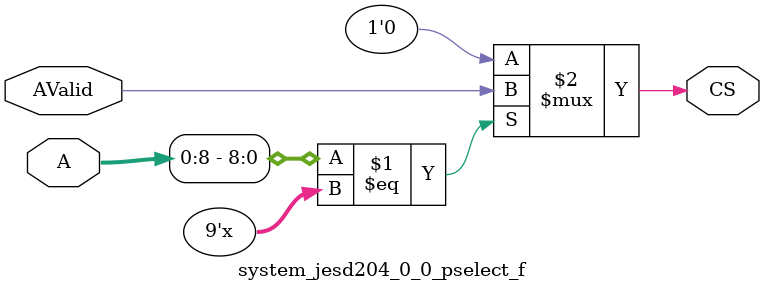
<source format=v>
`timescale 1 ps/1 ps

module system_jesd204_0_0_pselect_f ( A, AValid, CS) ;

parameter C_AB  = 9;
parameter C_AW  = 32;
parameter [0:C_AW - 1] C_BAR =  'bz;
parameter C_FAMILY  = "nofamily";
input[0:C_AW-1] A; 
input AValid; 
output CS; 
wire CS;
parameter [0:C_AB-1]BAR = C_BAR[0:C_AB-1];

//----------------------------------------------------------------------------
// Build a behavioral decoder
//----------------------------------------------------------------------------
generate
if (C_AB > 0) begin : XST_WA
assign CS = (A[0:C_AB - 1] == BAR[0:C_AB - 1]) ? AValid : 1'b0 ;
end
endgenerate

generate
if (C_AB == 0) begin : PASS_ON_GEN
assign CS = AValid ;
end
endgenerate
endmodule

</source>
